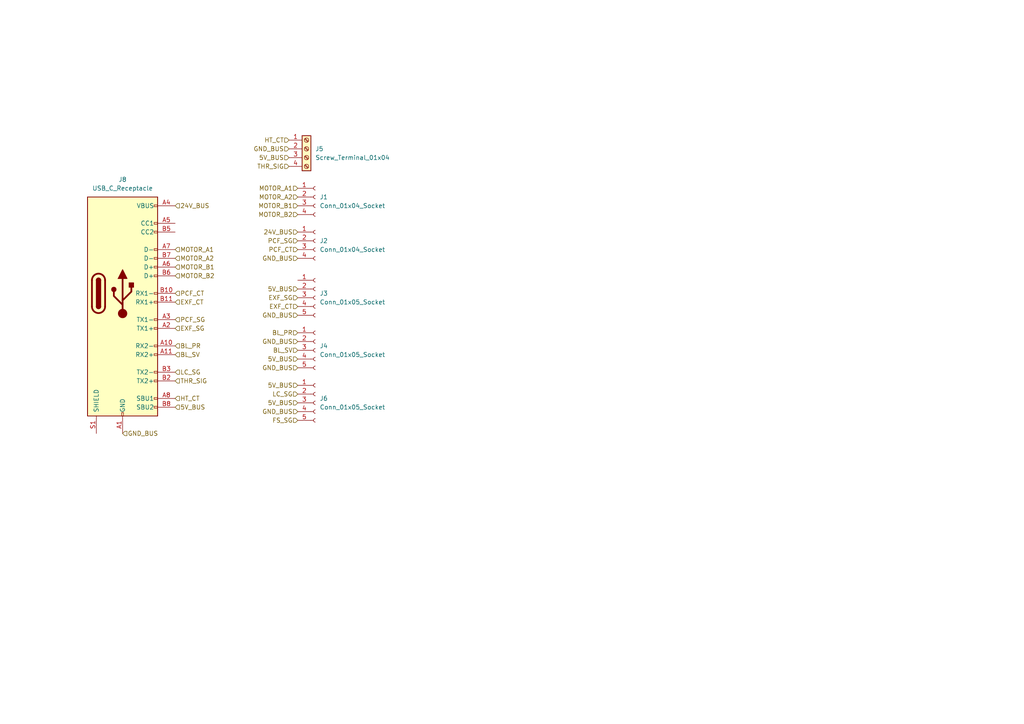
<source format=kicad_sch>
(kicad_sch (version 20250114) (generator "eeschema") (generator_version "9.0")
  (paper "A4")
  (lib_symbols
    (symbol "Connector:Conn_01x04_Socket" (pin_names (offset 1.016) (hide yes))
      (property "Reference" "J" (at 0 5.08 0))
      (property "Value" "Conn_01x04_Socket" (at 0 -7.62 0))
      (symbol "Conn_01x04_Socket_1_1"
        (polyline (pts (xy -1.27 2.54) (xy -0.508 2.54)) (stroke (width 0.1524)))
        (polyline (pts (xy -1.27 0) (xy -0.508 0)) (stroke (width 0.1524)))
        (polyline (pts (xy -1.27 -2.54) (xy -0.508 -2.54)) (stroke (width 0.1524)))
        (polyline (pts (xy -1.27 -5.08) (xy -0.508 -5.08)) (stroke (width 0.1524)))
        (arc (start 0 2.032) (mid -0.5058 2.54) (end 0 3.048) (stroke (width 0.1524)))
        (arc (start 0 -0.508) (mid -0.5058 0) (end 0 0.508) (stroke (width 0.1524)))
        (arc (start 0 -3.048) (mid -0.5058 -2.54) (end 0 -2.032) (stroke (width 0.1524)))
        (arc (start 0 -5.588) (mid -0.5058 -5.08) (end 0 -4.572) (stroke (width 0.1524)))
        (pin passive line (at -5.08 2.54 0) (length 3.81) (name "Pin_1") (number "1"))
        (pin passive line (at -5.08 0 0) (length 3.81) (name "Pin_2") (number "2"))
        (pin passive line (at -5.08 -2.54 0) (length 3.81) (name "Pin_3") (number "3"))
        (pin passive line (at -5.08 -5.08 0) (length 3.81) (name "Pin_4") (number "4"))
      )
    )
    (symbol "Connector:Conn_01x05_Socket" (pin_names (offset 1.016) (hide yes))
      (property "Reference" "J" (at 0 7.62 0))
      (property "Value" "Conn_01x05_Socket" (at 0 -7.62 0))
      (symbol "Conn_01x05_Socket_1_1"
        (polyline (pts (xy -1.27 5.08) (xy -0.508 5.08)) (stroke (width 0.1524)))
        (polyline (pts (xy -1.27 2.54) (xy -0.508 2.54)) (stroke (width 0.1524)))
        (polyline (pts (xy -1.27 0) (xy -0.508 0)) (stroke (width 0.1524)))
        (polyline (pts (xy -1.27 -2.54) (xy -0.508 -2.54)) (stroke (width 0.1524)))
        (polyline (pts (xy -1.27 -5.08) (xy -0.508 -5.08)) (stroke (width 0.1524)))
        (arc (start 0 4.572) (mid -0.5058 5.08) (end 0 5.588) (stroke (width 0.1524)))
        (arc (start 0 2.032) (mid -0.5058 2.54) (end 0 3.048) (stroke (width 0.1524)))
        (arc (start 0 -0.508) (mid -0.5058 0) (end 0 0.508) (stroke (width 0.1524)))
        (arc (start 0 -3.048) (mid -0.5058 -2.54) (end 0 -2.032) (stroke (width 0.1524)))
        (arc (start 0 -5.588) (mid -0.5058 -5.08) (end 0 -4.572) (stroke (width 0.1524)))
        (pin passive line (at -5.08 5.08 0) (length 3.81) (name "Pin_1") (number "1"))
        (pin passive line (at -5.08 2.54 0) (length 3.81) (name "Pin_2") (number "2"))
        (pin passive line (at -5.08 0 0) (length 3.81) (name "Pin_3") (number "3"))
        (pin passive line (at -5.08 -2.54 0) (length 3.81) (name "Pin_4") (number "4"))
        (pin passive line (at -5.08 -5.08 0) (length 3.81) (name "Pin_5") (number "5"))
      )
    )
    (symbol "Connector:Screw_Terminal_01x04" (pin_names (offset 1.016) (hide yes))
      (property "Reference" "J" (at 0 5.08 0))
      (property "Value" "Screw_Terminal_01x04" (at 0 -7.62 0))
      (symbol "Screw_Terminal_01x04_1_1"
        (rectangle (start -1.27 3.81) (end 1.27 -6.35) (stroke (width 0.254)) (fill (type background)))
        (polyline (pts (xy -0.5334 2.8702) (xy 0.3302 2.032)) (stroke (width 0.1524)))
        (polyline (pts (xy -0.5334 0.3302) (xy 0.3302 -0.508)) (stroke (width 0.1524)))
        (polyline (pts (xy -0.5334 -2.2098) (xy 0.3302 -3.048)) (stroke (width 0.1524)))
        (polyline (pts (xy -0.5334 -4.7498) (xy 0.3302 -5.588)) (stroke (width 0.1524)))
        (polyline (pts (xy -0.3556 3.048) (xy 0.508 2.2098)) (stroke (width 0.1524)))
        (polyline (pts (xy -0.3556 0.508) (xy 0.508 -0.3302)) (stroke (width 0.1524)))
        (polyline (pts (xy -0.3556 -2.032) (xy 0.508 -2.8702)) (stroke (width 0.1524)))
        (polyline (pts (xy -0.3556 -4.572) (xy 0.508 -5.4102)) (stroke (width 0.1524)))
        (circle (center 0 2.54) (radius 0.635) (stroke (width 0.1524)))
        (circle (center 0 0) (radius 0.635) (stroke (width 0.1524)))
        (circle (center 0 -2.54) (radius 0.635) (stroke (width 0.1524)))
        (circle (center 0 -5.08) (radius 0.635) (stroke (width 0.1524)))
        (pin passive line (at -5.08 2.54 0) (length 3.81) (name "Pin_1") (number "1"))
        (pin passive line (at -5.08 0 0) (length 3.81) (name "Pin_2") (number "2"))
        (pin passive line (at -5.08 -2.54 0) (length 3.81) (name "Pin_3") (number "3"))
        (pin passive line (at -5.08 -5.08 0) (length 3.81) (name "Pin_4") (number "4"))
      )
    )
    (symbol "Connector:USB_C_Receptacle" (pin_names (offset 1.016))
      (property "Reference" "J" (at -10.16 29.21 0))
      (property "Value" "USB_C_Receptacle" (at 10.16 29.21 0))
      (symbol "USB_C_Receptacle_0_0"
        (rectangle (start -0.254 -35.56) (end 0.254 -34.544))
        (rectangle (start 10.16 25.654) (end 9.144 25.146))
        (rectangle (start 10.16 20.574) (end 9.144 20.066))
        (rectangle (start 10.16 18.034) (end 9.144 17.526))
        (rectangle (start 10.16 12.954) (end 9.144 12.446))
        (rectangle (start 10.16 10.414) (end 9.144 9.906))
        (rectangle (start 10.16 7.874) (end 9.144 7.366))
        (rectangle (start 10.16 5.334) (end 9.144 4.826))
        (rectangle (start 10.16 0.254) (end 9.144 -0.254))
        (rectangle (start 10.16 -2.286) (end 9.144 -2.794))
        (rectangle (start 10.16 -7.366) (end 9.144 -7.874))
        (rectangle (start 10.16 -9.906) (end 9.144 -10.414))
        (rectangle (start 10.16 -14.986) (end 9.144 -15.494))
        (rectangle (start 10.16 -17.526) (end 9.144 -18.034))
        (rectangle (start 10.16 -22.606) (end 9.144 -23.114))
        (rectangle (start 10.16 -25.146) (end 9.144 -25.654))
        (rectangle (start 10.16 -30.226) (end 9.144 -30.734))
        (rectangle (start 10.16 -32.766) (end 9.144 -33.274))
      )
      (symbol "USB_C_Receptacle_0_1"
        (rectangle (start -10.16 27.94) (end 10.16 -35.56) (stroke (width 0.254)) (fill (type background)))
        (polyline (pts (xy -8.89 -3.81) (xy -8.89 3.81)) (stroke (width 0.508)))
        (rectangle (start -7.62 -3.81) (end -6.35 3.81) (stroke (width 0.254)) (fill (type outline)))
        (arc (start -7.62 3.81) (mid -6.985 4.4423) (end -6.35 3.81) (stroke (width 0.254)))
        (arc (start -7.62 3.81) (mid -6.985 4.4423) (end -6.35 3.81) (stroke (width 0.254)) (fill (type outline)))
        (arc (start -8.89 3.81) (mid -6.985 5.7067) (end -5.08 3.81) (stroke (width 0.508)))
        (arc (start -5.08 -3.81) (mid -6.985 -5.7067) (end -8.89 -3.81) (stroke (width 0.508)))
        (arc (start -6.35 -3.81) (mid -6.985 -4.4423) (end -7.62 -3.81) (stroke (width 0.254)))
        (arc (start -6.35 -3.81) (mid -6.985 -4.4423) (end -7.62 -3.81) (stroke (width 0.254)) (fill (type outline)))
        (polyline (pts (xy -5.08 3.81) (xy -5.08 -3.81)) (stroke (width 0.508)))
      )
      (symbol "USB_C_Receptacle_1_1"
        (circle (center -2.54 1.143) (radius 0.635) (stroke (width 0.254)) (fill (type outline)))
        (polyline (pts (xy -1.27 4.318) (xy 0 6.858) (xy 1.27 4.318) (xy -1.27 4.318)) (stroke (width 0.254)) (fill (type outline)))
        (polyline (pts (xy 0 -2.032) (xy 2.54 0.508) (xy 2.54 1.778)) (stroke (width 0.508)))
        (polyline (pts (xy 0 -3.302) (xy -2.54 -0.762) (xy -2.54 0.508)) (stroke (width 0.508)))
        (polyline (pts (xy 0 -5.842) (xy 0 4.318)) (stroke (width 0.508)))
        (circle (center 0 -5.842) (radius 1.27) (fill (type outline)))
        (rectangle (start 1.905 1.778) (end 3.175 3.048) (stroke (width 0.254)) (fill (type outline)))
        (pin passive line (at -7.62 -40.64 90) (length 5.08) (name "SHIELD") (number "S1"))
        (pin passive line (at 0 -40.64 90) (length 5.08) (name "GND") (number "A1"))
        (pin passive line (at 0 -40.64 90) (length 5.08) (hide yes) (name "GND") (number "A12"))
        (pin passive line (at 0 -40.64 90) (length 5.08) (hide yes) (name "GND") (number "B1"))
        (pin passive line (at 0 -40.64 90) (length 5.08) (hide yes) (name "GND") (number "B12"))
        (pin passive line (at 15.24 25.4 180) (length 5.08) (name "VBUS") (number "A4"))
        (pin passive line (at 15.24 25.4 180) (length 5.08) (hide yes) (name "VBUS") (number "A9"))
        (pin passive line (at 15.24 25.4 180) (length 5.08) (hide yes) (name "VBUS") (number "B4"))
        (pin passive line (at 15.24 25.4 180) (length 5.08) (hide yes) (name "VBUS") (number "B9"))
        (pin bidirectional line (at 15.24 20.32 180) (length 5.08) (name "CC1") (number "A5"))
        (pin bidirectional line (at 15.24 17.78 180) (length 5.08) (name "CC2") (number "B5"))
        (pin bidirectional line (at 15.24 12.7 180) (length 5.08) (name "D-") (number "A7"))
        (pin bidirectional line (at 15.24 10.16 180) (length 5.08) (name "D-") (number "B7"))
        (pin bidirectional line (at 15.24 7.62 180) (length 5.08) (name "D+") (number "A6"))
        (pin bidirectional line (at 15.24 5.08 180) (length 5.08) (name "D+") (number "B6"))
        (pin bidirectional line (at 15.24 0 180) (length 5.08) (name "RX1-") (number "B10"))
        (pin bidirectional line (at 15.24 -2.54 180) (length 5.08) (name "RX1+") (number "B11"))
        (pin bidirectional line (at 15.24 -7.62 180) (length 5.08) (name "TX1-") (number "A3"))
        (pin bidirectional line (at 15.24 -10.16 180) (length 5.08) (name "TX1+") (number "A2"))
        (pin bidirectional line (at 15.24 -15.24 180) (length 5.08) (name "RX2-") (number "A10"))
        (pin bidirectional line (at 15.24 -17.78 180) (length 5.08) (name "RX2+") (number "A11"))
        (pin bidirectional line (at 15.24 -22.86 180) (length 5.08) (name "TX2-") (number "B3"))
        (pin bidirectional line (at 15.24 -25.4 180) (length 5.08) (name "TX2+") (number "B2"))
        (pin bidirectional line (at 15.24 -30.48 180) (length 5.08) (name "SBU1") (number "A8"))
        (pin bidirectional line (at 15.24 -33.02 180) (length 5.08) (name "SBU2") (number "B8"))
      )
    )
  )
  (hierarchical_label "MOTOR_A2" (shape input) (at 86.36 57.15 180))
  (hierarchical_label "MOTOR_B2" (shape input) (at 50.8 80.01 0))
  (hierarchical_label "EXF_SG" (shape input) (at 86.36 86.36 180))
  (hierarchical_label "GND_BUS" (shape input) (at 86.36 74.93 180))
  (hierarchical_label "5V_BUS" (shape input) (at 86.36 104.14 180))
  (hierarchical_label "GND_BUS" (shape input) (at 35.56 125.73 0))
  (hierarchical_label "24V_BUS" (shape input) (at 86.36 67.31 180))
  (hierarchical_label "MOTOR_A1" (shape input) (at 50.8 72.39 0))
  (hierarchical_label "EXF_CT" (shape input) (at 50.8 87.63 0))
  (hierarchical_label "HT_CT" (shape input) (at 50.8 115.57 0))
  (hierarchical_label "5V_BUS" (shape input) (at 86.36 111.76 180))
  (hierarchical_label "THR_SIG" (shape input) (at 83.82 48.26 180))
  (hierarchical_label "GND_BUS" (shape input) (at 86.36 106.68 180))
  (hierarchical_label "GND_BUS" (shape input) (at 83.82 43.18 180))
  (hierarchical_label "FS_SG" (shape input) (at 86.36 121.92 180))
  (hierarchical_label "BL_PR" (shape input) (at 50.8 100.33 0))
  (hierarchical_label "24V_BUS" (shape input) (at 50.8 59.69 0))
  (hierarchical_label "PCF_SG" (shape input) (at 50.8 92.71 0))
  (hierarchical_label "PCF_CT" (shape input) (at 50.8 85.09 0))
  (hierarchical_label "MOTOR_A1" (shape input) (at 86.36 54.61 180))
  (hierarchical_label "5V_BUS" (shape input) (at 86.36 83.82 180))
  (hierarchical_label "PCF_CT" (shape input) (at 86.36 72.39 180))
  (hierarchical_label "LC_SG" (shape input) (at 86.36 114.3 180))
  (hierarchical_label "THR_SIG" (shape input) (at 50.8 110.49 0))
  (hierarchical_label "MOTOR_B1" (shape input) (at 50.8 77.47 0))
  (hierarchical_label "BL_SV" (shape input) (at 86.36 101.6 180))
  (hierarchical_label "5V_BUS" (shape input) (at 83.82 45.72 180))
  (hierarchical_label "EXF_CT" (shape input) (at 86.36 88.9 180))
  (hierarchical_label "GND_BUS" (shape input) (at 86.36 99.06 180))
  (hierarchical_label "5V_BUS" (shape input) (at 50.8 118.11 0))
  (hierarchical_label "GND_BUS" (shape input) (at 86.36 119.38 180))
  (hierarchical_label "EXF_SG" (shape input) (at 50.8 95.25 0))
  (hierarchical_label "HT_CT" (shape input) (at 83.82 40.64 180))
  (hierarchical_label "LC_SG" (shape input) (at 50.8 107.95 0))
  (hierarchical_label "BL_SV" (shape input) (at 50.8 102.87 0))
  (hierarchical_label "MOTOR_B2" (shape input) (at 86.36 62.23 180))
  (hierarchical_label "MOTOR_B1" (shape input) (at 86.36 59.69 180))
  (hierarchical_label "5V_BUS" (shape input) (at 86.36 116.84 180))
  (hierarchical_label "PCF_SG" (shape input) (at 86.36 69.85 180))
  (hierarchical_label "GND_BUS" (shape input) (at 86.36 91.44 180))
  (hierarchical_label "MOTOR_A2" (shape input) (at 50.8 74.93 0))
  (hierarchical_label "BL_PR" (shape input) (at 86.36 96.52 180))
  (symbol (lib_id "Connector:Conn_01x04_Socket") (at 91.44 57.15 0) (unit 1)
    (property "Reference" "J1" (at 92.71 57.1499 0) (effects (justify left)))
    (property "Value" "Conn_01x04_Socket" (at 92.71 59.6899 0) (effects (justify left)))
    (property "Description" "Generic connector, single row, 01x04, script generated" (effects (hide yes)))
  )
  (symbol (lib_id "Connector:Conn_01x05_Socket") (at 91.44 116.84 0) (unit 1)
    (property "Reference" "J6" (at 92.71 115.5699 0) (effects (justify left)))
    (property "Value" "Conn_01x05_Socket" (at 92.71 118.1099 0) (effects (justify left)))
    (property "Description" "Generic connector, single row, 01x05, script generated" (effects (hide yes)))
  )
  (symbol (lib_id "Connector:Conn_01x05_Socket") (at 91.44 86.36 0) (unit 1)
    (property "Reference" "J3" (at 92.71 85.0899 0) (effects (justify left)))
    (property "Value" "Conn_01x05_Socket" (at 92.71 87.6299 0) (effects (justify left)))
    (property "Description" "Generic connector, single row, 01x05, script generated" (effects (hide yes)))
  )
  (symbol (lib_id "Connector:Conn_01x04_Socket") (at 91.44 69.85 0) (unit 1)
    (property "Reference" "J2" (at 92.71 69.8499 0) (effects (justify left)))
    (property "Value" "Conn_01x04_Socket" (at 92.71 72.3899 0) (effects (justify left)))
    (property "Description" "Generic connector, single row, 01x04, script generated" (effects (hide yes)))
  )
  (symbol (lib_id "Connector:Conn_01x05_Socket") (at 91.44 101.6 0) (unit 1)
    (property "Reference" "J4" (at 92.71 100.3299 0) (effects (justify left)))
    (property "Value" "Conn_01x05_Socket" (at 92.71 102.8699 0) (effects (justify left)))
    (property "Description" "Generic connector, single row, 01x05, script generated" (effects (hide yes)))
  )
  (symbol (lib_id "Connector:Screw_Terminal_01x04") (at 88.9 43.18 0) (unit 1)
    (property "Reference" "J5" (at 91.44 43.1799 0) (effects (justify left)))
    (property "Value" "Screw_Terminal_01x04" (at 91.44 45.7199 0) (effects (justify left)))
    (property "Description" "Generic screw terminal, single row, 01x04, script generated (kicad-library-utils/schlib/autogen/connector/)" (effects (hide yes)))
  )
  (symbol (lib_id "Connector:USB_C_Receptacle") (at 35.56 85.09 0) (unit 1)
    (property "Reference" "J8" (at 35.56 52.07 0))
    (property "Value" "USB_C_Receptacle" (at 35.56 54.61 0))
    (property "Datasheet" "https://www.usb.org/sites/default/files/documents/usb_type-c.zip" (effects (hide yes)))
    (property "Description" "USB Full-Featured Type-C Receptacle connector" (effects (hide yes)))
  )
)
</source>
